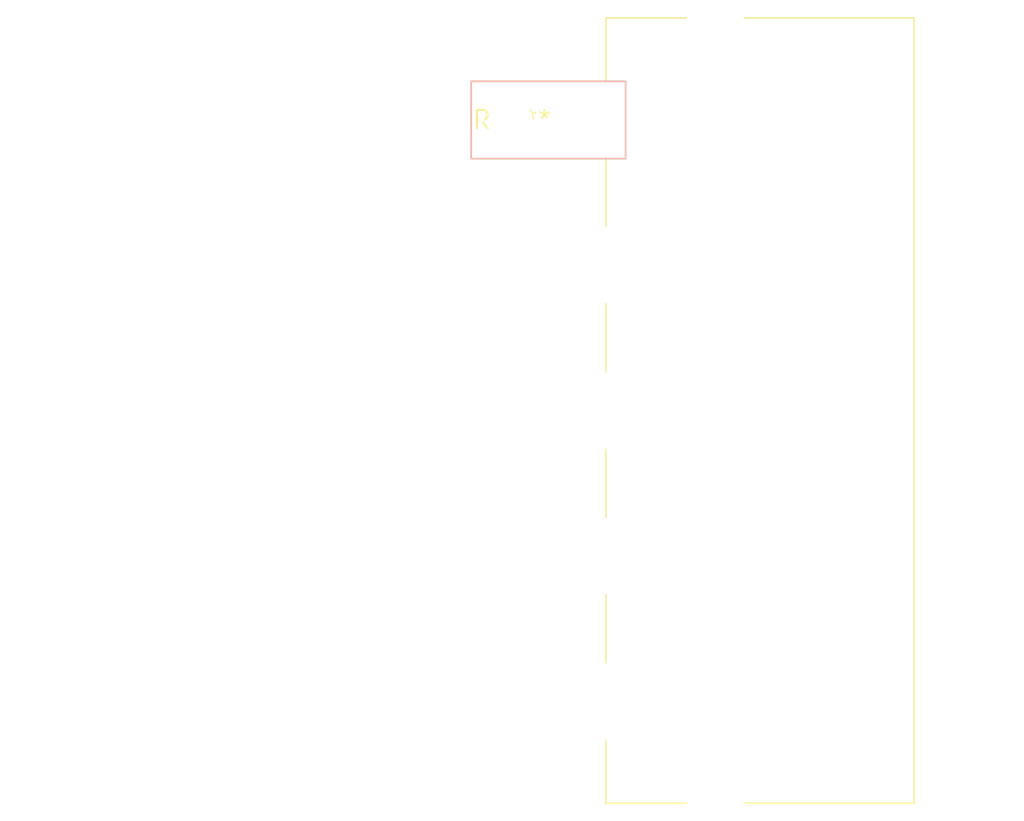
<source format=kicad_pcb>
(kicad_pcb (version 20240108) (generator pcbnew)
  (layers (0 "F.Cu" signal) (31 "B.Cu" signal) (34 "B.Paste" user) (35 "F.Paste" user) (36 "B.SilkS" user "B.Silkscreen") (37 "F.SilkS" user "F.Silkscreen") (38 "B.Mask" user) (39 "F.Mask" user) (44 "Edge.Cuts" user))
  (net 0 "")
  (footprint "Molex_Mini-Fit_Sr_42820-52XX_1x05_P10.00mm_Horizontal_ThermalVias" (layer "F.Cu") (at 0 0)
    (property "Reference" "REF**")
    (property "Value" "Molex_Mini-Fit_Sr_42820-52XX_1x05_P10.00mm_Horizontal_ThermalVias")
    (fp_line (start -2.81 -2.66) (end -2.81 2.66) (layer "B.SilkS") (stroke (width 0.12)))
    (fp_line (start -2.81 2.66) (end 7.81 2.66) (layer "B.SilkS") (stroke (width 0.12)))
    (fp_line (start 7.81 -2.66) (end -2.81 -2.66) (layer "B.SilkS") (stroke (width 0.12)))
    (fp_line (start 7.81 2.66) (end 7.81 -2.66) (layer "B.SilkS") (stroke (width 0.12)))
    (fp_line (start 6.45 -7.02) (end 12 -7.02) (layer "F.SilkS") (stroke (width 0.12)))
    (fp_line (start 6.45 -2.66) (end -2.55 -2.66) (layer "F.SilkS") (stroke (width 0.12)))
    (fp_line (start 6.45 -2.66) (end 6.45 -7.02) (layer "F.SilkS") (stroke (width 0.12)))
    (fp_line (start 6.45 2.66) (end 6.45 7.34) (layer "F.SilkS") (stroke (width 0.12)))
    (fp_line (start 6.45 12.66) (end 6.45 17.34) (layer "F.SilkS") (stroke (width 0.12)))
    (fp_line (start 6.45 22.66) (end 6.45 27.34) (layer "F.SilkS") (stroke (width 0.12)))
    (fp_line (start 6.45 32.66) (end 6.45 37.34) (layer "F.SilkS") (stroke (width 0.12)))
    (fp_line (start 6.45 42.66) (end 6.45 47.02) (layer "F.SilkS") (stroke (width 0.12)))
    (fp_line (start 6.45 47.02) (end 12 47.02) (layer "F.SilkS") (stroke (width 0.12)))
    (fp_line (start 16 -7.02) (end 27.67 -7.02) (layer "F.SilkS") (stroke (width 0.12)))
    (fp_line (start 16 47.02) (end 27.67 47.02) (layer "F.SilkS") (stroke (width 0.12)))
    (fp_line (start 27.67 -7.02) (end 27.67 20) (layer "F.SilkS") (stroke (width 0.12)))
    (fp_line (start 27.67 47.02) (end 27.67 20) (layer "F.SilkS") (stroke (width 0.12)))
    (pad "" thru_hole circle (at 14 -5.73) (size 4 4) (drill 3) (layers *.Cu *.Mask) (remove_unused_layers))
    (pad "" thru_hole circle (at 14 45.73) (size 4 4) (drill 3) (layers *.Cu *.Mask) (remove_unused_layers))
    (pad "1" thru_hole roundrect (at -2.1 -1.95) (size 0.6 0.6) (drill 0.3) (layers *.Cu *.Mask) (remove_unused_layers))
    (pad "1" thru_hole roundrect (at -2.1 0) (size 0.6 0.6) (drill 0.3) (layers *.Cu *.Mask) (remove_unused_layers))
    (pad "1" thru_hole roundrect (at -2.1 1.95) (size 0.6 0.6) (drill 0.3) (layers *.Cu *.Mask) (remove_unused_layers))
    (pad "1" thru_hole rect (at 0 0) (size 5.1 4.8) (drill 2.8) (layers *.Cu *.Mask) (remove_unused_layers))
    (pad "1" thru_hole roundrect (at 0.2 -1.95) (size 0.6 0.6) (drill 0.3) (layers *.Cu *.Mask) (remove_unused_layers))
    (pad "1" thru_hole roundrect (at 0.2 1.95) (size 0.6 0.6) (drill 0.3) (layers *.Cu *.Mask) (remove_unused_layers))
    (pad "1" thru_hole roundrect (at 2.5 -1.95) (size 0.6 0.6) (drill 0.3) (layers *.Cu *.Mask) (remove_unused_layers))
    (pad "1" thru_hole roundrect (at 2.5 0) (size 0.6 0.6) (drill 0.3) (layers *.Cu *.Mask) (remove_unused_layers))
    (pad "1" thru_hole roundrect (at 2.5 1.95) (size 0.6 0.6) (drill 0.3) (layers *.Cu *.Mask) (remove_unused_layers))
    (pad "1" thru_hole roundrect (at 4.8 -1.95) (size 0.6 0.6) (drill 0.3) (layers *.Cu *.Mask) (remove_unused_layers))
    (pad "1" thru_hole roundrect (at 4.8 1.95) (size 0.6 0.6) (drill 0.3) (layers *.Cu *.Mask) (remove_unused_layers))
    (pad "1" thru_hole rect (at 5 0) (size 5.1 4.8) (drill 2.8) (layers *.Cu *.Mask) (remove_unused_layers))
    (pad "1" thru_hole roundrect (at 7.1 -1.95) (size 0.6 0.6) (drill 0.3) (layers *.Cu *.Mask) (remove_unused_layers))
    (pad "1" thru_hole roundrect (at 7.1 0) (size 0.6 0.6) (drill 0.3) (layers *.Cu *.Mask) (remove_unused_layers))
    (pad "1" thru_hole roundrect (at 7.1 1.95) (size 0.6 0.6) (drill 0.3) (layers *.Cu *.Mask) (remove_unused_layers))
    (pad "2" thru_hole circle (at -2.1 8.05) (size 0.6 0.6) (drill 0.3) (layers *.Cu *.Mask) (remove_unused_layers))
    (pad "2" thru_hole circle (at -2.1 10) (size 0.6 0.6) (drill 0.3) (layers *.Cu *.Mask) (remove_unused_layers))
    (pad "2" thru_hole circle (at -2.1 11.95) (size 0.6 0.6) (drill 0.3) (layers *.Cu *.Mask) (remove_unused_layers))
    (pad "2" thru_hole rect (at 0 10) (size 5.1 4.8) (drill 2.8) (layers *.Cu *.Mask) (remove_unused_layers))
    (pad "2" thru_hole circle (at 0.2 8.05) (size 0.6 0.6) (drill 0.3) (layers *.Cu *.Mask) (remove_unused_layers))
    (pad "2" thru_hole circle (at 0.2 11.95) (size 0.6 0.6) (drill 0.3) (layers *.Cu *.Mask) (remove_unused_layers))
    (pad "2" thru_hole circle (at 2.5 8.05) (size 0.6 0.6) (drill 0.3) (layers *.Cu *.Mask) (remove_unused_layers))
    (pad "2" thru_hole circle (at 2.5 10) (size 0.6 0.6) (drill 0.3) (layers *.Cu *.Mask) (remove_unused_layers))
    (pad "2" thru_hole circle (at 2.5 11.95) (size 0.6 0.6) (drill 0.3) (layers *.Cu *.Mask) (remove_unused_layers))
    (pad "2" thru_hole circle (at 4.8 8.05) (size 0.6 0.6) (drill 0.3) (layers *.Cu *.Mask) (remove_unused_layers))
    (pad "2" thru_hole circle (at 4.8 11.95) (size 0.6 0.6) (drill 0.3) (layers *.Cu *.Mask) (remove_unused_layers))
    (pad "2" thru_hole rect (at 5 10) (size 5.1 4.8) (drill 2.8) (layers *.Cu *.Mask) (remove_unused_layers))
    (pad "2" thru_hole circle (at 7.1 8.05) (size 0.6 0.6) (drill 0.3) (layers *.Cu *.Mask) (remove_unused_layers))
    (pad "2" thru_hole circle (at 7.1 10) (size 0.6 0.6) (drill 0.3) (layers *.Cu *.Mask) (remove_unused_layers))
    (pad "2" thru_hole circle (at 7.1 11.95) (size 0.6 0.6) (drill 0.3) (layers *.Cu *.Mask) (remove_unused_layers))
    (pad "3" thru_hole circle (at -2.1 18.05) (size 0.6 0.6) (drill 0.3) (layers *.Cu *.Mask) (remove_unused_layers))
    (pad "3" thru_hole circle (at -2.1 20) (size 0.6 0.6) (drill 0.3) (layers *.Cu *.Mask) (remove_unused_layers))
    (pad "3" thru_hole circle (at -2.1 21.95) (size 0.6 0.6) (drill 0.3) (layers *.Cu *.Mask) (remove_unused_layers))
    (pad "3" thru_hole rect (at 0 20) (size 5.1 4.8) (drill 2.8) (layers *.Cu *.Mask) (remove_unused_layers))
    (pad "3" thru_hole circle (at 0.2 18.05) (size 0.6 0.6) (drill 0.3) (layers *.Cu *.Mask) (remove_unused_layers))
    (pad "3" thru_hole circle (at 0.2 21.95) (size 0.6 0.6) (drill 0.3) (layers *.Cu *.Mask) (remove_unused_layers))
    (pad "3" thru_hole circle (at 2.5 18.05) (size 0.6 0.6) (drill 0.3) (layers *.Cu *.Mask) (remove_unused_layers))
    (pad "3" thru_hole circle (at 2.5 20) (size 0.6 0.6) (drill 0.3) (layers *.Cu *.Mask) (remove_unused_layers))
    (pad "3" thru_hole circle (at 2.5 21.95) (size 0.6 0.6) (drill 0.3) (layers *.Cu *.Mask) (remove_unused_layers))
    (pad "3" thru_hole circle (at 4.8 18.05) (size 0.6 0.6) (drill 0.3) (layers *.Cu *.Mask) (remove_unused_layers))
    (pad "3" thru_hole circle (at 4.8 21.95) (size 0.6 0.6) (drill 0.3) (layers *.Cu *.Mask) (remove_unused_layers))
    (pad "3" thru_hole rect (at 5 20) (size 5.1 4.8) (drill 2.8) (layers *.Cu *.Mask) (remove_unused_layers))
    (pad "3" thru_hole circle (at 7.1 18.05) (size 0.6 0.6) (drill 0.3) (layers *.Cu *.Mask) (remove_unused_layers))
    (pad "3" thru_hole circle (at 7.1 20) (size 0.6 0.6) (drill 0.3) (layers *.Cu *.Mask) (remove_unused_layers))
    (pad "3" thru_hole circle (at 7.1 21.95) (size 0.6 0.6) (drill 0.3) (layers *.Cu *.Mask) (remove_unused_layers))
    (pad "4" thru_hole circle (at -2.1 28.05) (size 0.6 0.6) (drill 0.3) (layers *.Cu *.Mask) (remove_unused_layers))
    (pad "4" thru_hole circle (at -2.1 30) (size 0.6 0.6) (drill 0.3) (layers *.Cu *.Mask) (remove_unused_layers))
    (pad "4" thru_hole circle (at -2.1 31.95) (size 0.6 0.6) (drill 0.3) (layers *.Cu *.Mask) (remove_unused_layers))
    (pad "4" thru_hole rect (at 0 30) (size 5.1 4.8) (drill 2.8) (layers *.Cu *.Mask) (remove_unused_layers))
    (pad "4" thru_hole circle (at 0.2 28.05) (size 0.6 0.6) (drill 0.3) (layers *.Cu *.Mask) (remove_unused_layers))
    (pad "4" thru_hole circle (at 0.2 31.95) (size 0.6 0.6) (drill 0.3) (layers *.Cu *.Mask) (remove_unused_layers))
    (pad "4" thru_hole circle (at 2.5 28.05) (size 0.6 0.6) (drill 0.3) (layers *.Cu *.Mask) (remove_unused_layers))
    (pad "4" thru_hole circle (at 2.5 30) (size 0.6 0.6) (drill 0.3) (layers *.Cu *.Mask) (remove_unused_layers))
    (pad "4" thru_hole circle (at 2.5 31.95) (size 0.6 0.6) (drill 0.3) (layers *.Cu *.Mask) (remove_unused_layers))
    (pad "4" thru_hole circle (at 4.8 28.05) (size 0.6 0.6) (drill 0.3) (layers *.Cu *.Mask) (remove_unused_layers))
    (pad "4" thru_hole circle (at 4.8 31.95) (size 0.6 0.6) (drill 0.3) (layers *.Cu *.Mask) (remove_unused_layers))
    (pad "4" thru_hole rect (at 5 30) (size 5.1 4.8) (drill 2.8) (layers *.Cu *.Mask) (remove_unused_layers))
    (pad "4" thru_hole circle (at 7.1 28.05) (size 0.6 0.6) (drill 0.3) (layers *.Cu *.Mask) (remove_unused_layers))
    (pad "4" thru_hole circle (at 7.1 30) (size 0.6 0.6) (drill 0.3) (layers *.Cu *.Mask) (remove_unused_layers))
    (pad "4" thru_hole circle (at 7.1 31.95) (size 0.6 0.6) (drill 0.3) (layers *.Cu *.Mask) (remove_unused_layers))
    (pad "5" thru_hole circle (at -2.1 38.05) (size 0.6 0.6) (drill 0.3) (layers *.Cu *.Mask) (remove_unused_layers))
    (pad "5" thru_hole circle (at -2.1 40) (size 0.6 0.6) (drill 0.3) (layers *.Cu *.Mask) (remove_unused_layers))
    (pad "5" thru_hole circle (at -2.1 41.95) (size 0.6 0.6) (drill 0.3) (layers *.Cu *.Mask) (remove_unused_layers))
    (pad "5" thru_hole rect (at 0 40) (size 5.1 4.8) (drill 2.8) (layers *.Cu *.Mask) (remove_unused_layers))
    (pad "5" thru_hole circle (at 0.2 38.05) (size 0.6 0.6) (drill 0.3) (layers *.Cu *.Mask) (remove_unused_layers))
    (pad "5" thru_hole circle (at 0.2 41.95) (size 0.6 0.6) (drill 0.3) (layers *.Cu *.Mask) (remove_unused_layers))
    (pad "5" thru_hole circle (at 2.5 38.05) (size 0.6 0.6) (drill 0.3) (layers *.Cu *.Mask) (remove_unused_layers))
    (pad "5" thru_hole circle (at 2.5 40) (size 0.6 0.6) (drill 0.3) (layers *.Cu *.Mask) (remove_unused_layers))
    (pad "5" thru_hole circle (at 2.5 41.95) (size 0.6 0.6) (drill 0.3) (layers *.Cu *.Mask) (remove_unused_layers))
    (pad "5" thru_hole circle (at 4.8 38.05) (size 0.6 0.6) (drill 0.3) (layers *.Cu *.Mask) (remove_unused_layers))
    (pad "5" thru_hole circle (at 4.8 41.95) (size 0.6 0.6) (drill 0.3) (layers *.Cu *.Mask) (remove_unused_layers))
    (pad "5" thru_hole rect (at 5 40) (size 5.1 4.8) (drill 2.8) (layers *.Cu *.Mask) (remove_unused_layers))
    (pad "5" thru_hole circle (at 7.1 38.05) (size 0.6 0.6) (drill 0.3) (layers *.Cu *.Mask) (remove_unused_layers))
    (pad "5" thru_hole circle (at 7.1 40) (size 0.6 0.6) (drill 0.3) (layers *.Cu *.Mask) (remove_unused_layers))
    (pad "5" thru_hole circle (at 7.1 41.95) (size 0.6 0.6) (drill 0.3) (layers *.Cu *.Mask) (remove_unused_layers))
  )
)
</source>
